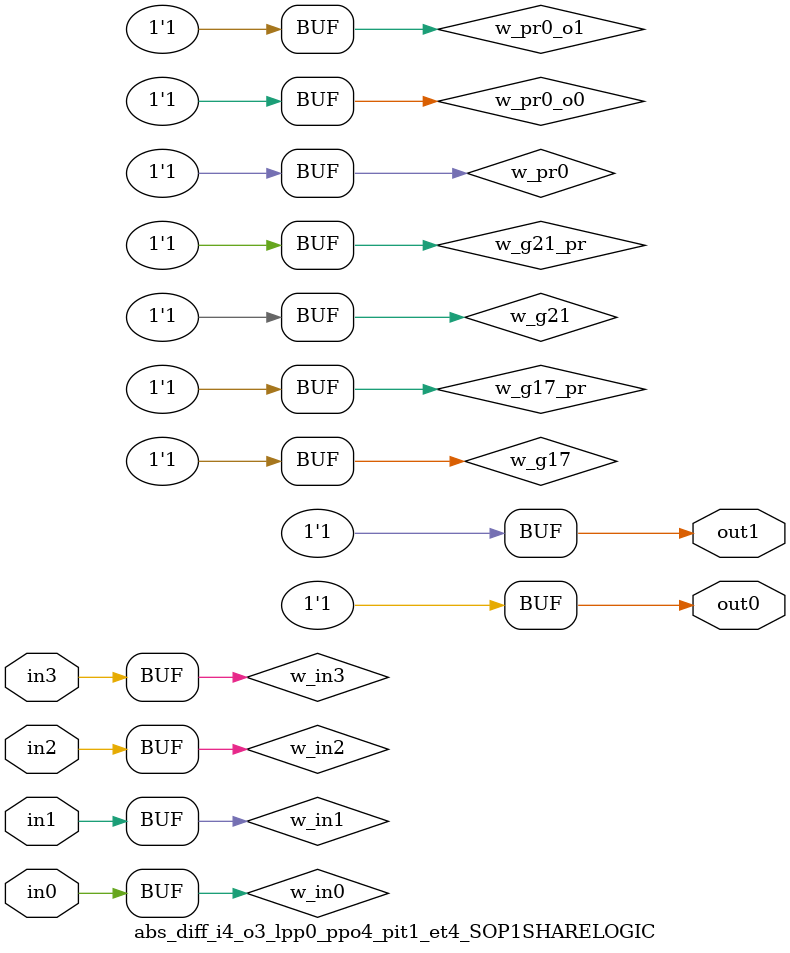
<source format=v>
module abs_diff_i4_o3_lpp0_ppo4_pit1_et4_SOP1SHARELOGIC (in0, in1, in2, in3, out0, out1);
// declaring inputs
input in0,  in1,  in2,  in3;
// declaring outputs
output out0,  out1;
// JSON model input
wire w_in3, w_in2, w_in1, w_in0;
// JSON model output
wire w_g17, w_g21;
//json model
wire w_g17_pr, w_g21_pr, w_pr0_o0, w_pr0_o1, w_pr0;
// JSON model input assign
assign w_in3 = in3;
assign w_in2 = in2;
assign w_in1 = in1;
assign w_in0 = in0;

//json model assigns (approximated Shared/XPAT part)
//assign literals to products
assign w_pr0 = 1;
//if a product has literals and if the product is being "activated" for that output
assign w_pr0_o0 = w_pr0 & 1;
assign w_pr0_o1 = w_pr0 & 1;
//compose an output with corresponding products (OR)
assign w_g17 = w_pr0_o0;
assign w_g21 = w_pr0_o1;
//if an output has products and if it is part of the JSON model
assign w_g17_pr = w_g17 & 1;
assign w_g21_pr = w_g21 & 1;
// output assigns
assign out0 = w_g17_pr;
assign out1 = w_g21_pr;
endmodule
</source>
